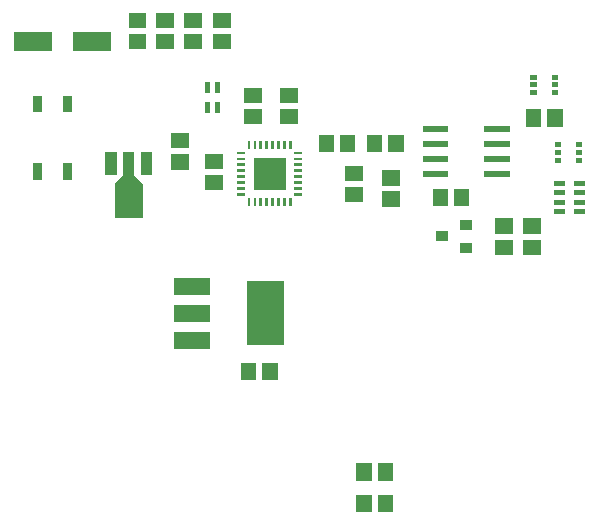
<source format=gbr>
G04 start of page 11 for group -4015 idx -4015 *
G04 Title: (unknown), toppaste *
G04 Creator: pcb 20140316 *
G04 CreationDate: Tue 03 Nov 2015 08:28:20 PM GMT UTC *
G04 For: ndholmes *
G04 Format: Gerber/RS-274X *
G04 PCB-Dimensions (mil): 2500.00 1900.00 *
G04 PCB-Coordinate-Origin: lower left *
%MOIN*%
%FSLAX25Y25*%
%LNTOPPASTE*%
%ADD101R,0.1220X0.1220*%
%ADD100R,0.0560X0.0560*%
%ADD99R,0.0945X0.0945*%
%ADD98R,0.0378X0.0378*%
%ADD97R,0.0340X0.0340*%
%ADD96R,0.0630X0.0630*%
%ADD95R,0.0165X0.0165*%
%ADD94R,0.0310X0.0310*%
%ADD93R,0.0200X0.0200*%
%ADD92C,0.0001*%
%ADD91R,0.0091X0.0091*%
%ADD90R,0.0167X0.0167*%
%ADD89R,0.0512X0.0512*%
G54D89*X162043Y27350D02*Y26564D01*
X154957Y27350D02*Y26564D01*
G54D90*X106000Y156131D02*Y154261D01*
X102850Y156131D02*Y154261D01*
Y149435D02*Y147565D01*
X106000Y149435D02*Y147565D01*
G54D89*X158457Y136893D02*Y136107D01*
X165543Y136893D02*Y136107D01*
X163607Y125086D02*X164393D01*
X163607Y118000D02*X164393D01*
X129607Y145457D02*X130393D01*
X129607Y152543D02*X130393D01*
X142414Y136893D02*Y136107D01*
X149500Y136893D02*Y136107D01*
X97607Y177586D02*X98393D01*
X97607Y170500D02*X98393D01*
G54D91*X113126Y133390D02*X114780D01*
X113126Y131421D02*X114780D01*
X113126Y129453D02*X114780D01*
X113126Y127484D02*X114780D01*
X113126Y125516D02*X114780D01*
X113126Y123547D02*X114780D01*
X113126Y121579D02*X114780D01*
X113126Y119610D02*X114780D01*
X116610Y117780D02*Y116126D01*
X118579Y117780D02*Y116126D01*
X120547Y117780D02*Y116126D01*
X122516Y117780D02*Y116126D01*
X124484Y117780D02*Y116126D01*
X126453Y117780D02*Y116126D01*
X128421Y117780D02*Y116126D01*
X130390Y117780D02*Y116126D01*
X132220Y119610D02*X133874D01*
X132220Y121579D02*X133874D01*
X132220Y123547D02*X133874D01*
X132220Y125516D02*X133874D01*
X132220Y127484D02*X133874D01*
X132220Y129453D02*X133874D01*
X132220Y131421D02*X133874D01*
X132220Y133390D02*X133874D01*
X130390Y136874D02*Y135220D01*
X128421Y136874D02*Y135220D01*
X126453Y136874D02*Y135220D01*
X124484Y136874D02*Y135220D01*
X122516Y136874D02*Y135220D01*
X120547Y136874D02*Y135220D01*
X118579Y136874D02*Y135220D01*
X116610Y136874D02*Y135220D01*
G54D92*G36*
X118185Y131815D02*Y121185D01*
X128815D01*
Y131815D01*
X118185D01*
G37*
G54D93*X196000Y126500D02*X202500D01*
X196000Y131500D02*X202500D01*
X196000Y136500D02*X202500D01*
X196000Y141500D02*X202500D01*
X175500D02*X182000D01*
X175500Y136500D02*X182000D01*
X175500Y131500D02*X182000D01*
X175500Y126500D02*X182000D01*
G54D89*X88107Y177543D02*X88893D01*
X88107Y170457D02*X88893D01*
X79021Y170500D02*X79807D01*
X79021Y177586D02*X79807D01*
G54D94*X46000Y128450D02*Y126050D01*
X56000Y128450D02*Y126050D01*
Y150950D02*Y148550D01*
X46000Y150950D02*Y148550D01*
G54D89*X180414Y118893D02*Y118107D01*
X187500Y118893D02*Y118107D01*
G54D95*X219260Y136060D02*X219713D01*
X219260Y133500D02*X219713D01*
X219260Y130940D02*X219713D01*
X226287D02*X226740D01*
X226287Y133500D02*X226740D01*
X226287Y136060D02*X226740D01*
G54D89*X218543Y145393D02*Y144607D01*
X211457Y145393D02*Y144607D01*
X93107Y130414D02*X93893D01*
X93107Y137500D02*X93893D01*
X107107Y177543D02*X107893D01*
X107107Y170457D02*X107893D01*
G54D95*X211246Y158620D02*X211699D01*
X211246Y156060D02*X211699D01*
X211246Y153500D02*X211699D01*
X218273D02*X218726D01*
X218273Y156060D02*X218726D01*
X218273Y158620D02*X218726D01*
G54D90*X219217Y123224D02*X221087D01*
X219217Y120075D02*X221087D01*
X219217Y116925D02*X221087D01*
X219217Y113776D02*X221087D01*
X225913D02*X227783D01*
X225913Y116925D02*X227783D01*
X225913Y120075D02*X227783D01*
X225913Y123224D02*X227783D01*
G54D96*X61193Y170500D02*X67492D01*
X41508D02*X47807D01*
G54D89*X210607Y101914D02*X211393D01*
X210607Y109000D02*X211393D01*
G54D97*X188700Y101700D02*X189300D01*
X188700Y109500D02*X189300D01*
X180500Y105600D02*X181100D01*
G54D89*X201107Y109043D02*X201893D01*
X201107Y101957D02*X201893D01*
X123543Y60893D02*Y60107D01*
X116457Y60893D02*Y60107D01*
X151107Y119457D02*X151893D01*
X151107Y126543D02*X151893D01*
X104607Y130543D02*X105393D01*
X104607Y123457D02*X105393D01*
X117607Y145457D02*X118393D01*
X117607Y152543D02*X118393D01*
G54D98*X82406Y131905D02*Y127811D01*
X76500Y131905D02*Y120095D01*
G54D99*Y118361D02*Y116471D01*
G54D92*G36*
X78385Y125926D02*X81225Y123086D01*
X79805Y121666D01*
X76965Y124506D01*
X78385Y125926D01*
G37*
G36*
X71775Y123086D02*X74615Y125926D01*
X76035Y124506D01*
X73195Y121666D01*
X71775Y123086D01*
G37*
G54D98*X70594Y131905D02*Y127811D01*
G54D100*X94300Y89000D02*X100900D01*
X94300Y80000D02*X100900D01*
X94300Y70900D02*X100900D01*
G54D101*X122000Y84500D02*Y75500D01*
G54D89*X154957Y16893D02*Y16107D01*
X162043Y16893D02*Y16107D01*
M02*

</source>
